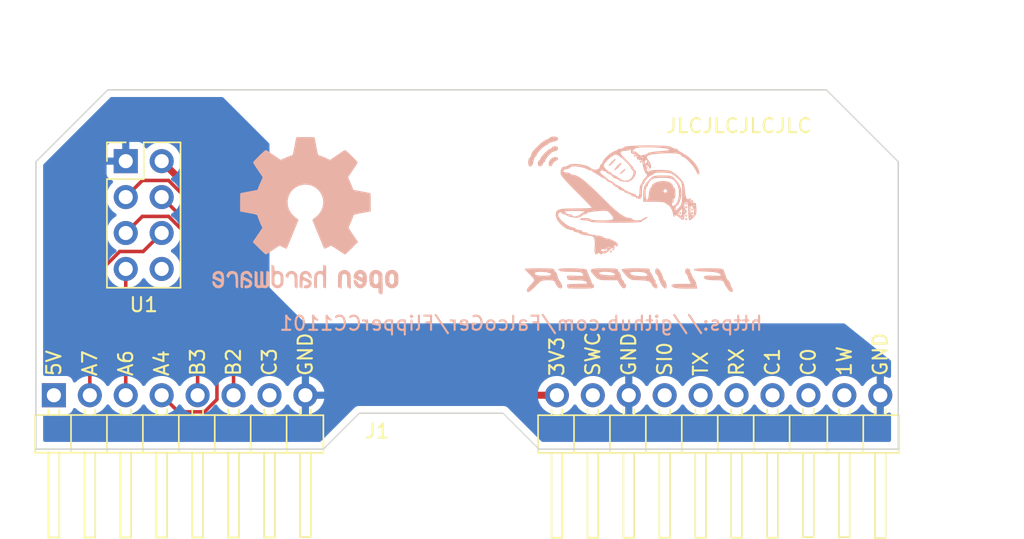
<source format=kicad_pcb>
(kicad_pcb (version 20211014) (generator pcbnew)
  (layers (0 "F.Cu" signal) (31 "B.Cu" signal) (34 "B.Paste" user) (35 "F.Paste" user) (36 "B.SilkS" user "B.Silkscreen") (37 "F.SilkS" user "F.Silkscreen") (38 "B.Mask" user) (39 "F.Mask" user) (44 "Edge.Cuts" user))
  (net 0 "")
  (net 2 "Net-(U1-Pad3)")
  (net 12 "/MOSI")
  (net 13 "/MISO")
  (net 14 "/CSN")
  (net 15 "/GDO0")
  (net 16 "/GND")
  (net 17 "/3V3")
  (footprint "Flipper:FlipperGPIO" (layer "F.Cu") (at 114.3 101.6)
    (fp_text reference "J1" (at 5.08 2.54 unlocked) (layer "F.SilkS"))
    (fp_text value "FlipperGPIO")
    (fp_text user "C1" (at 33.02 -1.27 90 unlocked) (layer "F.SilkS") (effects (justify left)))
    (fp_text user "C0" (at 35.56 -1.27 90 unlocked) (layer "F.SilkS") (effects (justify left)))
    (fp_text user "GND" (at 40.64 -1.27 90 unlocked) (layer "F.SilkS") (effects (justify left)))
    (fp_text user "A4" (at -10.16 -1.27 90 unlocked) (layer "F.SilkS") (effects (justify left)))
    (fp_text user "SI0" (at 25.4 -1.27 90 unlocked) (layer "F.SilkS") (effects (justify left)))
    (fp_text user "3V3" (at 17.78 -1.27 90 unlocked) (layer "F.SilkS") (effects (justify left)))
    (fp_text user "B2" (at -5.08 -1.27 90 unlocked) (layer "F.SilkS") (effects (justify left)))
    (fp_text user "SWC" (at 20.32 -1.27 90 unlocked) (layer "F.SilkS") (effects (justify left)))
    (fp_text user "A7" (at -15.24 -1.27 90 unlocked) (layer "F.SilkS") (effects (justify left)))
    (fp_text user "GND" (at 0 -1.27 90 unlocked) (layer "F.SilkS") (effects (justify left)))
    (fp_text user "TX" (at 27.94 -1.27 90 unlocked) (layer "F.SilkS") (effects (justify left)))
    (fp_text user "C3" (at -2.54 -1.27 90 unlocked) (layer "F.SilkS") (effects (justify left)))
    (fp_text user "RX" (at 30.48 -1.27 90 unlocked) (layer "F.SilkS") (effects (justify left)))
    (fp_text user "GND" (at 22.86 -1.27 90 unlocked) (layer "F.SilkS") (effects (justify left)))
    (fp_text user "A6" (at -12.7 -1.27 90 unlocked) (layer "F.SilkS") (effects (justify left)))
    (fp_text user "5V" (at -17.78 -1.27 90 unlocked) (layer "F.SilkS") (effects (justify left)))
    (fp_text user "B3" (at -7.62 -1.27 90 unlocked) (layer "F.SilkS") (effects (justify left)))
    (fp_text user "1W" (at 38.1 -1.27 90 unlocked) (layer "F.SilkS") (effects (justify left)))
    (pad "1" thru_hole rect (at -17.78 0 90) (size 1.7 1.7) (drill 1) (layers *.Cu *.Mask))
    (pad "2" thru_hole oval (at -15.24 0 90) (size 1.7 1.7) (drill 1) (layers *.Cu *.Mask) (net 12 "/MOSI"))
    (pad "3" thru_hole oval (at -12.7 0 90) (size 1.7 1.7) (drill 1) (layers *.Cu *.Mask) (net 13 "/MISO"))
    (pad "4" thru_hole oval (at -10.16 0 90) (size 1.7 1.7) (drill 1) (layers *.Cu *.Mask) (net 14 "/CSN"))
    (pad "5" thru_hole oval (at -7.62 0 90) (size 1.7 1.7) (drill 1) (layers *.Cu *.Mask) (net 15 "/GDO0"))
    (pad "6" thru_hole oval (at -5.08 0 90) (size 1.7 1.7) (drill 1) (layers *.Cu *.Mask) (net 2 "Net-(U1-Pad3)"))
    (pad "7" thru_hole oval (at -2.54 0 90) (size 1.7 1.7) (drill 1) (layers *.Cu *.Mask))
    (pad "8" thru_hole oval (at 0 0 90) (size 1.7 1.7) (drill 1) (layers *.Cu *.Mask) (net 16 "/GND"))
    (pad "9" thru_hole circle (at 17.78 0 90) (size 1.7 1.7) (drill 1) (layers *.Cu *.Mask) (net 17 "/3V3"))
    (pad "10" thru_hole oval (at 20.32 0 90) (size 1.7 1.7) (drill 1) (layers *.Cu *.Mask))
    (pad "11" thru_hole oval (at 22.86 0 90) (size 1.7 1.7) (drill 1) (layers *.Cu *.Mask) (net 16 "/GND"))
    (pad "12" thru_hole oval (at 25.4 0 90) (size 1.7 1.7) (drill 1) (layers *.Cu *.Mask))
    (pad "13" thru_hole oval (at 27.94 0 90) (size 1.7 1.7) (drill 1) (layers *.Cu *.Mask))
    (pad "14" thru_hole oval (at 30.48 0 90) (size 1.7 1.7) (drill 1) (layers *.Cu *.Mask))
    (pad "15" thru_hole oval (at 33.02 0 90) (size 1.7 1.7) (drill 1) (layers *.Cu *.Mask))
    (pad "16" thru_hole oval (at 35.56 0 90) (size 1.7 1.7) (drill 1) (layers *.Cu *.Mask))
    (pad "17" thru_hole oval (at 38.1 0 90) (size 1.7 1.7) (drill 1) (layers *.Cu *.Mask))
    (pad "18" thru_hole oval (at 40.64 0 90) (size 1.7 1.7) (drill 1) (layers *.Cu *.Mask) (net 16 "/GND"))
  )
  (footprint "Connector_PinHeader_2.54mm:PinHeader_2x04_P2.54mm_Vertical" (layer "F.Cu") (at 101.6 85.052041)
    (fp_text reference "U1" (at 1.27 10.15) (layer "F.SilkS"))
    (fp_text value "CC1101_Connector")
    (pad "1" thru_hole rect (at 0 0) (size 1.7 1.7) (drill 1) (layers *.Cu *.Mask) (net 16 "/GND"))
    (pad "2" thru_hole oval (at 2.54 0) (size 1.7 1.7) (drill 1) (layers *.Cu *.Mask) (net 17 "/3V3"))
    (pad "3" thru_hole oval (at 0 2.54) (size 1.7 1.7) (drill 1) (layers *.Cu *.Mask) (net 2 "Net-(U1-Pad3)"))
    (pad "4" thru_hole oval (at 2.54 2.54) (size 1.7 1.7) (drill 1) (layers *.Cu *.Mask) (net 14 "/CSN"))
    (pad "5" thru_hole oval (at 0 5.08) (size 1.7 1.7) (drill 1) (layers *.Cu *.Mask) (net 15 "/GDO0"))
    (pad "6" thru_hole oval (at 2.54 5.08) (size 1.7 1.7) (drill 1) (layers *.Cu *.Mask) (net 12 "/MOSI"))
    (pad "7" thru_hole oval (at 0 7.62) (size 1.7 1.7) (drill 1) (layers *.Cu *.Mask) (net 13 "/MISO"))
    (pad "8" thru_hole oval (at 2.54 7.62) (size 1.7 1.7) (drill 1) (layers *.Cu *.Mask))
  )
  (footprint "Symbol:OSHW-Logo2_14.6x12mm_SilkScreen" (layer "B.Cu") (at 114.3 88.9 180)
    (fp_text reference "REF**" hide)
    (fp_text value "OSHW-Logo2_14.6x12mm_SilkScreen" hide)
  )
  (footprint "Flipper:FlipperLogo" (layer "B.Cu") (at 137.16 81.195178 180)
    (fp_text reference "REF**")
    (fp_text value "FlipperLogo")
  )
  (gr_poly (pts (xy 156.21 85.09) (xy 156.21 105.41) (xy 130.81 105.41) (xy 128.27 102.87) (xy 118.11 102.87) (xy 115.57 105.41) (xy 95.25 105.41) (xy 95.25 85.09) (xy 100.33 80.01) (xy 151.13 80.01)) (layer "Edge.Cuts") (width 0.1) (fill none))
  (gr_text "https://github.com/FalcoGer/FlipperCC1101" (at 129.54 96.52) (layer "B.SilkS") (effects (font (size 1 1)) (justify mirror)))
  (gr_text "JLCJLCJLCJLC" (at 139.7 82.55) (layer "F.SilkS") (effects (font (size 1 1)) (justify left)))
  (segment (start 102.774511 86.41753) (end 101.6 87.592041) (width 0.25) (layer "F.Cu") (net 2))
  (segment (start 109.22 91.011031) (end 104.626499 86.41753) (width 0.25) (layer "F.Cu") (net 2))
  (segment (start 109.22 101.6) (end 109.22 91.011031) (width 0.25) (layer "F.Cu") (net 2))
  (segment (start 104.626499 86.41753) (end 102.774511 86.41753) (width 0.25) (layer "F.Cu") (net 2))
  (segment (start 99.06 93.551031) (end 101.171031 91.44) (width 0.25) (layer "F.Cu") (net 12))
  (segment (start 102.832041 91.44) (end 104.14 90.132041) (width 0.25) (layer "F.Cu") (net 12))
  (segment (start 101.171031 91.44) (end 102.832041 91.44) (width 0.25) (layer "F.Cu") (net 12))
  (segment (start 99.06 101.6) (end 99.06 93.551031) (width 0.25) (layer "F.Cu") (net 12))
  (segment (start 101.6 92.672041) (end 101.6 101.6) (width 0.25) (layer "F.Cu") (net 13))
  (segment (start 104.14 101.6) (end 105.314511 102.774511) (width 0.25) (layer "F.Cu") (net 14))
  (segment (start 107.166499 102.774511) (end 108.045489 101.895521) (width 0.25) (layer "F.Cu") (net 14))
  (segment (start 108.045489 91.49753) (end 104.14 87.592041) (width 0.25) (layer "F.Cu") (net 14))
  (segment (start 108.045489 101.895521) (end 108.045489 91.49753) (width 0.25) (layer "F.Cu") (net 14))
  (segment (start 105.314511 102.774511) (end 107.166499 102.774511) (width 0.25) (layer "F.Cu") (net 14))
  (segment (start 104.626499 88.95753) (end 106.68 91.011031) (width 0.25) (layer "F.Cu") (net 15))
  (segment (start 101.6 90.132041) (end 102.774511 88.95753) (width 0.25) (layer "F.Cu") (net 15))
  (segment (start 106.68 91.011031) (end 106.68 101.6) (width 0.25) (layer "F.Cu") (net 15))
  (segment (start 102.774511 88.95753) (end 104.626499 88.95753) (width 0.25) (layer "F.Cu") (net 15))
  (segment (start 121.92 101.6) (end 132.08 101.6) (width 0.5) (layer "F.Cu") (net 17))
  (segment (start 109.794519 90.70656) (end 109.79452 97.09452) (width 0.5) (layer "F.Cu") (net 17))
  (segment (start 111.76 99.06) (end 119.38 99.06) (width 0.5) (layer "F.Cu") (net 17))
  (segment (start 104.14 85.052041) (end 109.794519 90.70656) (width 0.5) (layer "F.Cu") (net 17))
  (segment (start 109.79452 97.09452) (end 111.76 99.06) (width 0.5) (layer "F.Cu") (net 17))
  (segment (start 119.38 99.06) (end 121.92 101.6) (width 0.5) (layer "F.Cu") (net 17))
  (zone (net 16) (net_name "/GND") (layer "B.Cu") (connect_pads (clearance 0.508)) (min_thickness 0.254) (fill yes (thermal_gap 0.508) (thermal_bridge_width 0.508))
    (polygon (pts (xy 161.29 107.95) (xy 92.71 107.95) (xy 92.71 76.2) (xy 161.29 76.2)))
  )
  (zone (net 0) (net_name "") (layer "B.Cu") (connect_pads (clearance 0)) (min_thickness 0.254)
    (keepout (tracks not_allowed) (vias not_allowed) (pads not_allowed) (copperpour not_allowed) (footprints allowed))
    (fill (thermal_gap 0.508) (thermal_bridge_width 0.508))
    (polygon (pts (xy 165.1 106.68) (xy 152.4 96.52) (xy 137.16 96.52) (xy 114.3 96.52) (xy 111.76 93.98) (xy 111.76 83.82) (xy 101.6 73.66) (xy 165.1 73.66)))
  )
)
</source>
